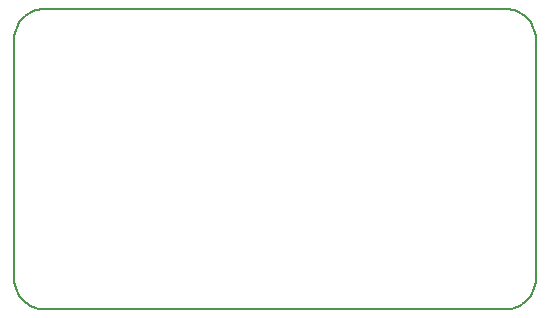
<source format=gko>
G04*
G04 #@! TF.GenerationSoftware,Altium Limited,Altium Designer,21.2.2 (38)*
G04*
G04 Layer_Color=16711935*
%FSLAX25Y25*%
%MOIN*%
G70*
G04*
G04 #@! TF.SameCoordinates,6DF736DA-586D-4ED0-A9E8-28D565D663F1*
G04*
G04*
G04 #@! TF.FilePolarity,Positive*
G04*
G01*
G75*
%ADD11C,0.00787*%
D11*
X110Y9913D02*
X158Y8933D01*
X302Y7963D01*
X541Y7011D01*
X871Y6087D01*
X1291Y5199D01*
X1795Y4358D01*
X2380Y3570D01*
X3039Y2842D01*
X3766Y2183D01*
X4555Y1599D01*
X5396Y1094D01*
X6283Y675D01*
X7207Y344D01*
X8159Y106D01*
X9130Y-38D01*
X10110Y-87D01*
Y99992D02*
X9130Y99944D01*
X8159Y99800D01*
X7207Y99562D01*
X6283Y99231D01*
X5396Y98811D01*
X4555Y98307D01*
X3766Y97722D01*
X3039Y97063D01*
X2380Y96336D01*
X1795Y95548D01*
X1291Y94706D01*
X871Y93819D01*
X541Y92895D01*
X302Y91943D01*
X158Y90972D01*
X110Y89992D01*
X173906D02*
X173857Y90972D01*
X173713Y91943D01*
X173475Y92895D01*
X173144Y93819D01*
X172725Y94706D01*
X172220Y95548D01*
X171636Y96336D01*
X170977Y97063D01*
X170249Y97722D01*
X169461Y98307D01*
X168620Y98811D01*
X167732Y99231D01*
X166808Y99562D01*
X165856Y99800D01*
X164886Y99944D01*
X163906Y99992D01*
Y-87D02*
X164886Y-38D01*
X165856Y106D01*
X166808Y344D01*
X167732Y675D01*
X168620Y1094D01*
X169461Y1599D01*
X170249Y2183D01*
X170977Y2842D01*
X171636Y3570D01*
X172220Y4358D01*
X172725Y5199D01*
X173144Y6087D01*
X173475Y7011D01*
X173713Y7963D01*
X173857Y8933D01*
X173906Y9913D01*
X110D02*
Y89992D01*
X10110Y99992D02*
X163906D01*
X173906Y9913D02*
Y89992D01*
X10110Y-87D02*
X163906D01*
M02*

</source>
